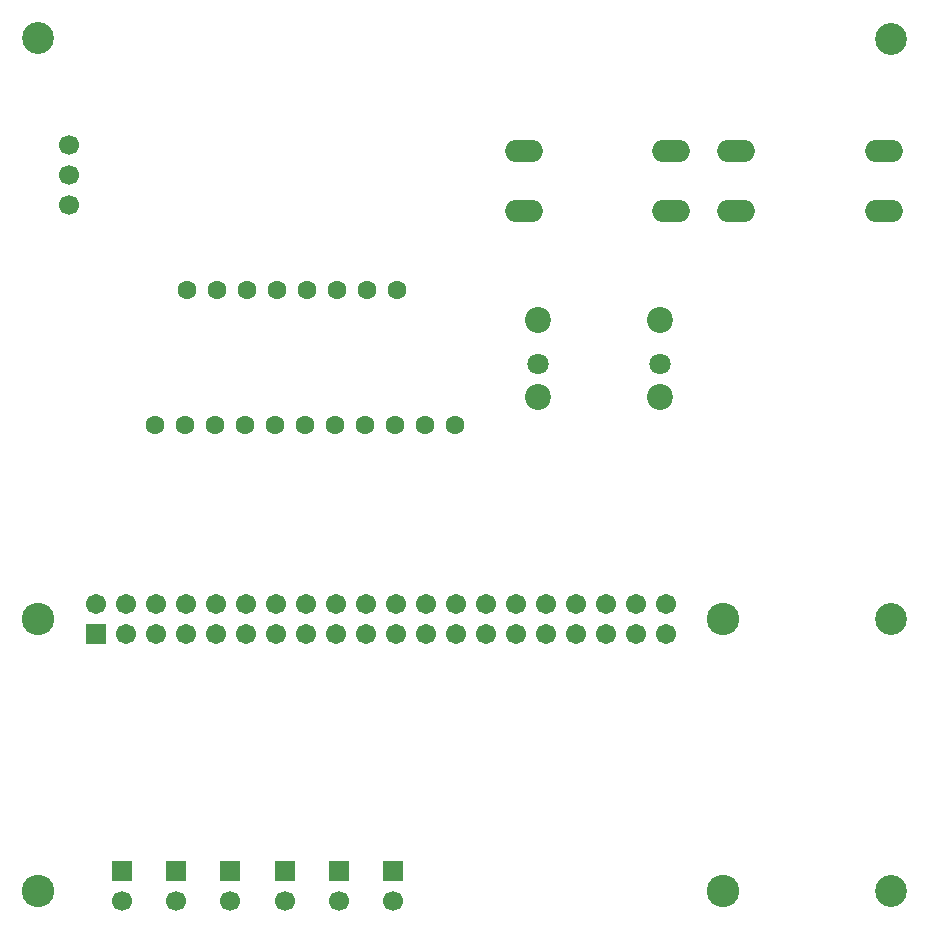
<source format=gts>
G04 #@! TF.GenerationSoftware,KiCad,Pcbnew,9.0.1*
G04 #@! TF.CreationDate,2025-04-09T16:40:50+02:00*
G04 #@! TF.ProjectId,camera_base,63616d65-7261-45f6-9261-73652e6b6963,rev?*
G04 #@! TF.SameCoordinates,Original*
G04 #@! TF.FileFunction,Soldermask,Top*
G04 #@! TF.FilePolarity,Negative*
%FSLAX46Y46*%
G04 Gerber Fmt 4.6, Leading zero omitted, Abs format (unit mm)*
G04 Created by KiCad (PCBNEW 9.0.1) date 2025-04-09 16:40:50*
%MOMM*%
%LPD*%
G01*
G04 APERTURE LIST*
G04 Aperture macros list*
%AMRoundRect*
0 Rectangle with rounded corners*
0 $1 Rounding radius*
0 $2 $3 $4 $5 $6 $7 $8 $9 X,Y pos of 4 corners*
0 Add a 4 corners polygon primitive as box body*
4,1,4,$2,$3,$4,$5,$6,$7,$8,$9,$2,$3,0*
0 Add four circle primitives for the rounded corners*
1,1,$1+$1,$2,$3*
1,1,$1+$1,$4,$5*
1,1,$1+$1,$6,$7*
1,1,$1+$1,$8,$9*
0 Add four rect primitives between the rounded corners*
20,1,$1+$1,$2,$3,$4,$5,0*
20,1,$1+$1,$4,$5,$6,$7,0*
20,1,$1+$1,$6,$7,$8,$9,0*
20,1,$1+$1,$8,$9,$2,$3,0*%
G04 Aperture macros list end*
%ADD10C,2.700000*%
%ADD11C,2.750000*%
%ADD12RoundRect,0.102000X-0.754000X-0.754000X0.754000X-0.754000X0.754000X0.754000X-0.754000X0.754000X0*%
%ADD13C,1.712000*%
%ADD14O,3.200000X1.900000*%
%ADD15C,1.600000*%
%ADD16C,1.700000*%
%ADD17C,2.200000*%
%ADD18C,1.800000*%
%ADD19R,1.700000X1.700000*%
G04 APERTURE END LIST*
D10*
X132100000Y-146100000D03*
X132100000Y-169100000D03*
X132100000Y-97000000D03*
X59900000Y-96900000D03*
D11*
X59900000Y-146100000D03*
X59900000Y-169100000D03*
X117900000Y-146100000D03*
X117900000Y-169100000D03*
D12*
X64770000Y-147370000D03*
D13*
X64770000Y-144830000D03*
X67310000Y-147370000D03*
X67310000Y-144830000D03*
X69850000Y-147370000D03*
X69850000Y-144830000D03*
X72390000Y-147370000D03*
X72390000Y-144830000D03*
X74930000Y-147370000D03*
X74930000Y-144830000D03*
X77470000Y-147370000D03*
X77470000Y-144830000D03*
X80010000Y-147370000D03*
X80010000Y-144830000D03*
X82550000Y-147370000D03*
X82550000Y-144830000D03*
X85090000Y-147370000D03*
X85090000Y-144830000D03*
X87630000Y-147370000D03*
X87630000Y-144830000D03*
X90170000Y-147370000D03*
X90170000Y-144830000D03*
X92710000Y-147370000D03*
X92710000Y-144830000D03*
X95250000Y-147370000D03*
X95250000Y-144830000D03*
X97790000Y-147370000D03*
X97790000Y-144830000D03*
X100330000Y-147370000D03*
X100330000Y-144830000D03*
X102870000Y-147370000D03*
X102870000Y-144830000D03*
X105410000Y-147370000D03*
X105410000Y-144830000D03*
X107950000Y-147370000D03*
X107950000Y-144830000D03*
X110490000Y-147370000D03*
X110490000Y-144830000D03*
X113030000Y-147370000D03*
X113030000Y-144830000D03*
D14*
X119000000Y-106500000D03*
X119000000Y-111500000D03*
X131500000Y-106500000D03*
X131500000Y-111500000D03*
D15*
X95200000Y-129700000D03*
X92660000Y-129700000D03*
X90120000Y-129700000D03*
X87580000Y-129700000D03*
X85040000Y-129700000D03*
X82500000Y-129700000D03*
X79960000Y-129700000D03*
X77420000Y-129700000D03*
X74880000Y-129700000D03*
X72340000Y-129700000D03*
X69800000Y-129700000D03*
D16*
X62500000Y-105920000D03*
X62500000Y-108460000D03*
X62500000Y-111000000D03*
D17*
X102200000Y-120800000D03*
D18*
X102200000Y-124500000D03*
D17*
X102200000Y-127300000D03*
X112500000Y-127300000D03*
D18*
X112500000Y-124500000D03*
D17*
X112500000Y-120800000D03*
D19*
X76150000Y-167400000D03*
D16*
X76150000Y-169940000D03*
D19*
X85350000Y-167400000D03*
D16*
X85350000Y-169940000D03*
D19*
X80750000Y-167400000D03*
D16*
X80750000Y-169940000D03*
D19*
X89950000Y-167400000D03*
D16*
X89950000Y-169940000D03*
D19*
X66950000Y-167400000D03*
D16*
X66950000Y-169940000D03*
D19*
X71550000Y-167400000D03*
D16*
X71550000Y-169940000D03*
D14*
X101000000Y-106500000D03*
X101000000Y-111500000D03*
X113500000Y-106500000D03*
X113500000Y-111500000D03*
D15*
X90280000Y-118250000D03*
X87740000Y-118250000D03*
X85200000Y-118250000D03*
X82660000Y-118250000D03*
X80120000Y-118250000D03*
X77580000Y-118250000D03*
X75040000Y-118250000D03*
X72500000Y-118250000D03*
M02*

</source>
